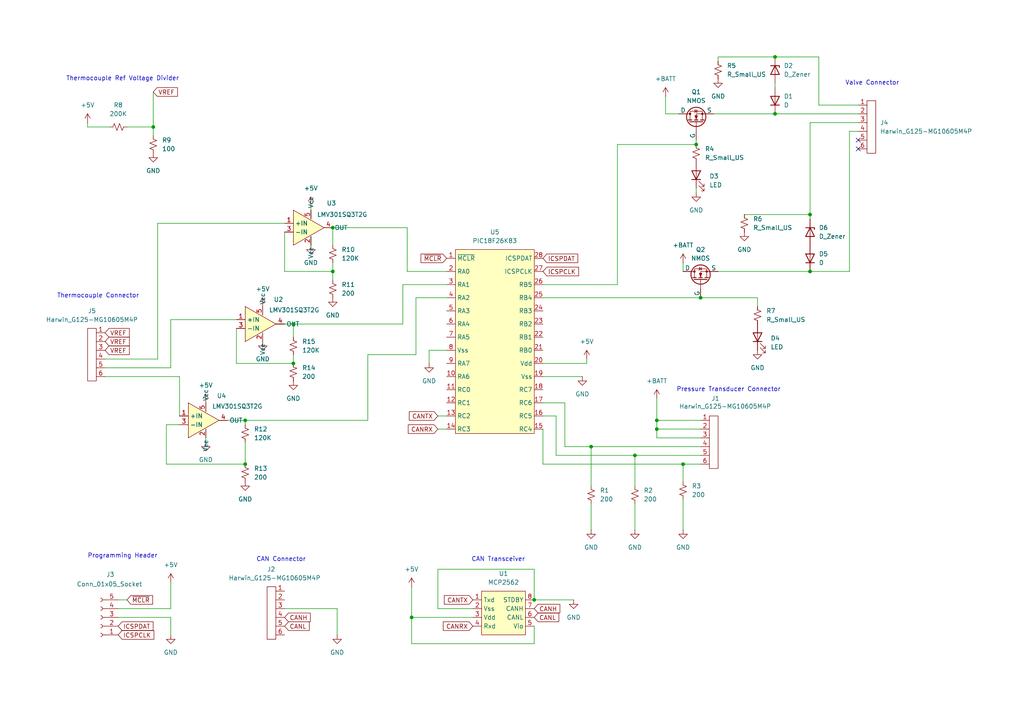
<source format=kicad_sch>
(kicad_sch (version 20250114) (generator "eeschema") (generator_version "9.0")
  (paper "A4")
  (lib_symbols
    (symbol "Connector:Conn_01x05_Socket" (pin_names (offset 1.016) (hide yes))
      (property "Reference" "J" (at 0 7.62 0))
      (property "Value" "Conn_01x05_Socket" (at 0 -7.62 0))
      (symbol "Conn_01x05_Socket_1_1"
        (polyline (pts (xy -1.27 5.08) (xy -0.508 5.08)) (stroke (width 0.1524)))
        (polyline (pts (xy -1.27 2.54) (xy -0.508 2.54)) (stroke (width 0.1524)))
        (polyline (pts (xy -1.27 0) (xy -0.508 0)) (stroke (width 0.1524)))
        (polyline (pts (xy -1.27 -2.54) (xy -0.508 -2.54)) (stroke (width 0.1524)))
        (polyline (pts (xy -1.27 -5.08) (xy -0.508 -5.08)) (stroke (width 0.1524)))
        (arc (start 0 4.572) (mid -0.5058 5.08) (end 0 5.588) (stroke (width 0.1524)))
        (arc (start 0 2.032) (mid -0.5058 2.54) (end 0 3.048) (stroke (width 0.1524)))
        (arc (start 0 -0.508) (mid -0.5058 0) (end 0 0.508) (stroke (width 0.1524)))
        (arc (start 0 -3.048) (mid -0.5058 -2.54) (end 0 -2.032) (stroke (width 0.1524)))
        (arc (start 0 -5.588) (mid -0.5058 -5.08) (end 0 -4.572) (stroke (width 0.1524)))
        (pin passive line (at -5.08 5.08 0) (length 3.81) (name "Pin_1") (number "1"))
        (pin passive line (at -5.08 2.54 0) (length 3.81) (name "Pin_2") (number "2"))
        (pin passive line (at -5.08 0 0) (length 3.81) (name "Pin_3") (number "3"))
        (pin passive line (at -5.08 -2.54 0) (length 3.81) (name "Pin_4") (number "4"))
        (pin passive line (at -5.08 -5.08 0) (length 3.81) (name "Pin_5") (number "5"))
      )
    )
    (symbol "Device:D" (pin_numbers (hide yes)) (pin_names (offset 1.016) (hide yes))
      (property "Reference" "D" (at 0 2.54 0))
      (property "Value" "D" (at 0 -2.54 0))
      (symbol "D_0_1"
        (polyline (pts (xy -1.27 1.27) (xy -1.27 -1.27)) (stroke (width 0.254)))
        (polyline (pts (xy 1.27 1.27) (xy 1.27 -1.27) (xy -1.27 0) (xy 1.27 1.27)) (stroke (width 0.254)))
        (polyline (pts (xy 1.27 0) (xy -1.27 0)))
      )
      (symbol "D_1_1"
        (pin passive line (at -3.81 0 0) (length 2.54) (name "K") (number "1"))
        (pin passive line (at 3.81 0 180) (length 2.54) (name "A") (number "2"))
      )
    )
    (symbol "Device:D_Zener" (pin_numbers (hide yes)) (pin_names (offset 1.016) (hide yes))
      (property "Reference" "D" (at 0 2.54 0))
      (property "Value" "D_Zener" (at 0 -2.54 0))
      (symbol "D_Zener_0_1"
        (polyline (pts (xy -1.27 -1.27) (xy -1.27 1.27) (xy -0.762 1.27)) (stroke (width 0.254)))
        (polyline (pts (xy 1.27 0) (xy -1.27 0)))
        (polyline (pts (xy 1.27 -1.27) (xy 1.27 1.27) (xy -1.27 0) (xy 1.27 -1.27)) (stroke (width 0.254)))
      )
      (symbol "D_Zener_1_1"
        (pin passive line (at -3.81 0 0) (length 2.54) (name "K") (number "1"))
        (pin passive line (at 3.81 0 180) (length 2.54) (name "A") (number "2"))
      )
    )
    (symbol "Device:LED" (pin_numbers (hide yes)) (pin_names (offset 1.016) (hide yes))
      (property "Reference" "D" (at 0 2.54 0))
      (property "Value" "LED" (at 0 -2.54 0))
      (symbol "LED_0_1"
        (polyline (pts (xy -3.048 -0.762) (xy -4.572 -2.286) (xy -3.81 -2.286) (xy -4.572 -2.286) (xy -4.572 -1.524)))
        (polyline (pts (xy -1.778 -0.762) (xy -3.302 -2.286) (xy -2.54 -2.286) (xy -3.302 -2.286) (xy -3.302 -1.524)))
        (polyline (pts (xy -1.27 0) (xy 1.27 0)))
        (polyline (pts (xy -1.27 -1.27) (xy -1.27 1.27)) (stroke (width 0.254)))
        (polyline (pts (xy 1.27 -1.27) (xy 1.27 1.27) (xy -1.27 0) (xy 1.27 -1.27)) (stroke (width 0.254)))
      )
      (symbol "LED_1_1"
        (pin passive line (at -3.81 0 0) (length 2.54) (name "K") (number "1"))
        (pin passive line (at 3.81 0 180) (length 2.54) (name "A") (number "2"))
      )
    )
    (symbol "Device:R_Small_US" (pin_numbers (hide yes)) (pin_names (offset 0.254) (hide yes))
      (property "Reference" "R" (at 0.762 0.508 0))
      (property "Value" "R_Small_US" (at 0.762 -1.016 0))
      (symbol "R_Small_US_1_1"
        (polyline (pts (xy 0 1.524) (xy 1.016 1.143) (xy 0 0.762) (xy -1.016 0.381) (xy 0 0)))
        (polyline (pts (xy 0 0) (xy 1.016 -0.381) (xy 0 -0.762) (xy -1.016 -1.143) (xy 0 -1.524)))
        (pin passive line (at 0 2.54 270) (length 1.016) (name "~") (number "1"))
        (pin passive line (at 0 -2.54 90) (length 1.016) (name "~") (number "2"))
      )
    )
    (symbol "FYDP_Library:Harwin_G125-MG10605M4P"
      (property "Reference" "J" (at 0.508 4.318 0))
      (property "Value" "Harwin_G125-MG10605M4P" (at 0.762 1.778 0))
      (symbol "Harwin_G125-MG10605M4P_0_1"
        (rectangle (start -1.27 0) (end 1.27 -15.24))
      )
      (symbol "Harwin_G125-MG10605M4P_1_1"
        (pin output line (at -3.81 -1.27 0) (length 2.54) (name "") (number "1"))
        (pin output line (at -3.81 -3.81 0) (length 2.54) (name "") (number "2"))
        (pin output line (at -3.81 -6.35 0) (length 2.54) (name "") (number "3"))
        (pin output line (at -3.81 -8.89 0) (length 2.54) (name "") (number "4"))
        (pin output line (at -3.81 -11.43 0) (length 2.54) (name "") (number "5"))
        (pin output line (at -3.81 -13.97 0) (length 2.54) (name "") (number "6"))
      )
    )
    (symbol "FYDP_Library:LMV301SQ3T2G"
      (property "Reference" "U" (at -3.81 3.302 0))
      (property "Value" "LMV301SQ3T2G" (at -3.302 1.524 0))
      (symbol "LMV301SQ3T2G_1_1"
        (polyline (pts (xy 0 0) (xy 0 -10.16) (xy 8.89 -5.08) (xy 0 0)) (fill (type background)))
        (pin input line (at -2.54 -3.81 0) (length 2.54) (name "+IN") (number "1"))
        (pin input line (at -2.54 -6.35 0) (length 2.54) (name "-IN") (number "3"))
        (pin input line (at 5.08 -2.54 90) (length 2.54) (name "Vcc") (number "5"))
        (pin input line (at 5.08 -7.62 270) (length 2.54) (name "Vee") (number "2"))
        (pin input line (at 8.89 -5.08 0) (length 2.54) (name "OUT") (number "4"))
      )
    )
    (symbol "FYDP_Library:MCP2562"
      (property "Reference" "U" (at 0 5.334 0))
      (property "Value" "MCP2562" (at 0.254 2.54 0))
      (symbol "MCP2562_1_1"
        (rectangle (start -6.35 1.27) (end 6.35 -11.43) (fill (type background)))
        (pin input line (at -8.89 -1.27 0) (length 2.54) (name "Txd") (number "1"))
        (pin power_in line (at -8.89 -3.81 0) (length 2.54) (name "Vss") (number "2"))
        (pin power_in line (at -8.89 -6.35 0) (length 2.54) (name "Vdd") (number "3"))
        (pin input line (at -8.89 -8.89 0) (length 2.54) (name "Rxd") (number "4"))
        (pin input line (at 8.89 -1.27 180) (length 2.54) (name "STDBY") (number "8"))
        (pin input line (at 8.89 -3.81 180) (length 2.54) (name "CANH") (number "7"))
        (pin input line (at 8.89 -6.35 180) (length 2.54) (name "CANL") (number "6"))
        (pin input line (at 8.89 -8.89 180) (length 2.54) (name "Vio") (number "5"))
      )
    )
    (symbol "FYDP_Library:PIC18F26K83"
      (property "Reference" "U" (at 0 3.302 0))
      (property "Value" "PIC18F26K83" (at 0 1.27 0))
      (symbol "PIC18F26K83_1_1"
        (rectangle (start -11.43 0) (end 11.43 -53.34) (fill (type background)))
        (pin input line (at -13.97 -2.54 0) (length 2.54) (name "~{MCLR}") (number "1"))
        (pin input line (at -13.97 -6.35 0) (length 2.54) (name "RA0") (number "2"))
        (pin input line (at -13.97 -10.16 0) (length 2.54) (name "RA1") (number "3"))
        (pin input line (at -13.97 -13.97 0) (length 2.54) (name "RA2") (number "4"))
        (pin input line (at -13.97 -17.78 0) (length 2.54) (name "RA3") (number "5"))
        (pin input line (at -13.97 -21.59 0) (length 2.54) (name "RA4") (number "6"))
        (pin input line (at -13.97 -25.4 0) (length 2.54) (name "RA5") (number "7"))
        (pin power_in line (at -13.97 -29.21 0) (length 2.54) (name "Vss") (number "8"))
        (pin input line (at -13.97 -33.02 0) (length 2.54) (name "RA7") (number "9"))
        (pin input line (at -13.97 -36.83 0) (length 2.54) (name "RA6") (number "10"))
        (pin input line (at -13.97 -40.64 0) (length 2.54) (name "RC0") (number "11"))
        (pin input line (at -13.97 -44.45 0) (length 2.54) (name "RC1") (number "12"))
        (pin input line (at -13.97 -48.26 0) (length 2.54) (name "RC2") (number "13"))
        (pin input line (at -13.97 -52.07 0) (length 2.54) (name "RC3") (number "14"))
        (pin input line (at 13.97 -2.54 180) (length 2.54) (name "ICSPDAT") (number "28"))
        (pin input line (at 13.97 -6.35 180) (length 2.54) (name "ICSPCLK") (number "27"))
        (pin input line (at 13.97 -10.16 180) (length 2.54) (name "RB5") (number "26"))
        (pin input line (at 13.97 -13.97 180) (length 2.54) (name "RB4") (number "25"))
        (pin input line (at 13.97 -17.78 180) (length 2.54) (name "RB3") (number "24"))
        (pin input line (at 13.97 -21.59 180) (length 2.54) (name "RB2") (number "23"))
        (pin input line (at 13.97 -25.4 180) (length 2.54) (name "RB1") (number "22"))
        (pin input line (at 13.97 -29.21 180) (length 2.54) (name "RB0") (number "21"))
        (pin power_in line (at 13.97 -33.02 180) (length 2.54) (name "Vdd") (number "20"))
        (pin power_in line (at 13.97 -36.83 180) (length 2.54) (name "Vss") (number "19"))
        (pin input line (at 13.97 -40.64 180) (length 2.54) (name "RC7") (number "18"))
        (pin input line (at 13.97 -44.45 180) (length 2.54) (name "RC6") (number "17"))
        (pin input line (at 13.97 -48.26 180) (length 2.54) (name "RC5") (number "16"))
        (pin input line (at 13.97 -52.07 180) (length 2.54) (name "RC4") (number "15"))
      )
    )
    (symbol "Harwin_G125-MG10605M4P_1"
      (property "Reference" "J" (at 0.508 4.318 0))
      (property "Value" "Harwin_G125-MG10605M4P" (at 0.762 1.778 0))
      (symbol "Harwin_G125-MG10605M4P_1_0_1"
        (rectangle (start -1.27 0) (end 1.27 -15.24))
      )
      (symbol "Harwin_G125-MG10605M4P_1_1_1"
        (pin output line (at -3.81 -1.27 0) (length 2.54) (name "") (number "1"))
        (pin output line (at -3.81 -3.81 0) (length 2.54) (name "") (number "2"))
        (pin output line (at -3.81 -6.35 0) (length 2.54) (name "") (number "3"))
        (pin output line (at -3.81 -8.89 0) (length 2.54) (name "") (number "4"))
        (pin output line (at -3.81 -11.43 0) (length 2.54) (name "") (number "5"))
        (pin output line (at -3.81 -13.97 0) (length 2.54) (name "") (number "6"))
      )
    )
    (symbol "Simulation_SPICE:NMOS" (pin_numbers (hide yes)) (pin_names (offset 0))
      (property "Reference" "Q" (at 5.08 1.27 0))
      (property "Value" "NMOS" (at 5.08 -1.27 0))
      (symbol "NMOS_0_1"
        (polyline (pts (xy 0.254 1.905) (xy 0.254 -1.905)) (stroke (width 0.254)))
        (polyline (pts (xy 0.254 0) (xy -2.54 0)))
        (polyline (pts (xy 0.762 2.286) (xy 0.762 1.27)) (stroke (width 0.254)))
        (polyline (pts (xy 0.762 0.508) (xy 0.762 -0.508)) (stroke (width 0.254)))
        (polyline (pts (xy 0.762 -1.27) (xy 0.762 -2.286)) (stroke (width 0.254)))
        (polyline (pts (xy 0.762 -1.778) (xy 3.302 -1.778) (xy 3.302 1.778) (xy 0.762 1.778)))
        (polyline (pts (xy 1.016 0) (xy 2.032 0.381) (xy 2.032 -0.381) (xy 1.016 0)) (fill (type outline)))
        (circle (center 1.651 0) (radius 2.794) (stroke (width 0.254)))
        (polyline (pts (xy 2.54 2.54) (xy 2.54 1.778)))
        (circle (center 2.54 1.778) (radius 0.254) (fill (type outline)))
        (circle (center 2.54 -1.778) (radius 0.254) (fill (type outline)))
        (polyline (pts (xy 2.54 -2.54) (xy 2.54 0) (xy 0.762 0)))
        (polyline (pts (xy 2.794 0.508) (xy 2.921 0.381) (xy 3.683 0.381) (xy 3.81 0.254)))
        (polyline (pts (xy 3.302 0.381) (xy 2.921 -0.254) (xy 3.683 -0.254) (xy 3.302 0.381)))
      )
      (symbol "NMOS_1_1"
        (pin input line (at -5.08 0 0) (length 2.54) (name "G") (number "2"))
        (pin passive line (at 2.54 5.08 270) (length 2.54) (name "D") (number "1"))
        (pin passive line (at 2.54 -5.08 90) (length 2.54) (name "S") (number "3"))
      )
    )
    (symbol "power:+12V" (power) (pin_numbers (hide yes)) (pin_names (offset 0) (hide yes))
      (property "Value" "+12V" (at 0 3.556 0))
      (symbol "+12V_0_1"
        (polyline (pts (xy -0.762 1.27) (xy 0 2.54)))
        (polyline (pts (xy 0 2.54) (xy 0.762 1.27)))
        (polyline (pts (xy 0 0) (xy 0 2.54)))
      )
      (symbol "+12V_1_1"
        (pin power_in line (at 0 0 90) (length 0) (name "~") (number "1"))
      )
    )
    (symbol "power:+24V" (power) (pin_numbers (hide yes)) (pin_names (offset 0) (hide yes))
      (property "Value" "+24V" (at 0 3.556 0))
      (symbol "+24V_0_1"
        (polyline (pts (xy -0.762 1.27) (xy 0 2.54)))
        (polyline (pts (xy 0 2.54) (xy 0.762 1.27)))
        (polyline (pts (xy 0 0) (xy 0 2.54)))
      )
      (symbol "+24V_1_1"
        (pin power_in line (at 0 0 90) (length 0) (name "~") (number "1"))
      )
    )
    (symbol "power:+5V" (power) (pin_numbers (hide yes)) (pin_names (offset 0) (hide yes))
      (property "Value" "+5V" (at 0 3.556 0))
      (symbol "+5V_0_1"
        (polyline (pts (xy -0.762 1.27) (xy 0 2.54)))
        (polyline (pts (xy 0 2.54) (xy 0.762 1.27)))
        (polyline (pts (xy 0 0) (xy 0 2.54)))
      )
      (symbol "+5V_1_1"
        (pin power_in line (at 0 0 90) (length 0) (name "~") (number "1"))
      )
    )
    (symbol "power:+BATT" (power) (pin_numbers (hide yes)) (pin_names (offset 0) (hide yes))
      (property "Value" "+BATT" (at 0 3.556 0))
      (symbol "+BATT_0_1"
        (polyline (pts (xy -0.762 1.27) (xy 0 2.54)))
        (polyline (pts (xy 0 2.54) (xy 0.762 1.27)))
        (polyline (pts (xy 0 0) (xy 0 2.54)))
      )
      (symbol "+BATT_1_1"
        (pin power_in line (at 0 0 90) (length 0) (name "~") (number "1"))
      )
    )
    (symbol "power:GND" (power) (pin_numbers (hide yes)) (pin_names (offset 0) (hide yes))
      (property "Value" "GND" (at 0 -3.81 0))
      (symbol "GND_0_1"
        (polyline (pts (xy 0 0) (xy 0 -1.27) (xy 1.27 -1.27) (xy 0 -2.54) (xy -1.27 -1.27) (xy 0 -1.27)))
      )
      (symbol "GND_1_1"
        (pin power_in line (at 0 0 270) (length 0) (name "~") (number "1"))
      )
    )
  )
  (text "Thermocouple Ref Voltage Divider" (at 35.56 22.86 0) (effects (font (size 1.27 1.27))))
  (text "Thermocouple Connector" (at 28.448 85.852 0) (effects (font (size 1.27 1.27))))
  (text "Pressure Transducer Connector" (at 211.328 113.03 0) (effects (font (size 1.27 1.27))))
  (text "CAN Connector" (at 81.534 162.306 0) (effects (font (size 1.27 1.27))))
  (text "CAN Transceiver" (at 144.526 162.306 0) (effects (font (size 1.27 1.27))))
  (text "Programming Header" (at 35.56 161.29 0) (effects (font (size 1.27 1.27))))
  (text "Valve Connector" (at 252.984 24.13 0) (effects (font (size 1.27 1.27))))
  (junction (at 234.95 78.74))
  (junction (at 190.5 124.46))
  (junction (at 85.09 105.41))
  (junction (at 171.45 129.54))
  (junction (at 154.94 173.99))
  (junction (at 71.12 121.92))
  (junction (at 96.52 78.74))
  (junction (at 44.45 36.83))
  (junction (at 184.15 132.08))
  (junction (at 119.38 179.07))
  (junction (at 96.52 66.04))
  (junction (at 71.12 134.62))
  (junction (at 201.93 41.91))
  (junction (at 224.79 16.51))
  (junction (at 234.95 62.23))
  (junction (at 224.79 33.02))
  (junction (at 198.12 134.62))
  (junction (at 203.2 86.36))
  (junction (at 85.09 93.98))
  (junction (at 190.5 121.92))
  (no_connect (at 248.92 43.18))
  (no_connect (at 248.92 40.64))
  (wire (pts (xy 154.94 173.99) (xy 154.94 165.1)))
  (wire (pts (xy 97.79 176.53) (xy 97.79 184.15)))
  (wire (pts (xy 120.65 86.36) (xy 120.65 102.87)))
  (wire (pts (xy 237.49 16.51) (xy 237.49 30.48)))
  (wire (pts (xy 224.79 33.02) (xy 248.92 33.02)))
  (wire (pts (xy 48.26 123.19) (xy 48.26 134.62)))
  (wire (pts (xy 120.65 86.36) (xy 129.54 86.36)))
  (wire (pts (xy 208.28 16.51) (xy 224.79 16.51)))
  (wire (pts (xy 198.12 144.78) (xy 198.12 153.67)))
  (wire (pts (xy 90.17 59.69) (xy 90.17 63.5)))
  (wire (pts (xy 106.68 102.87) (xy 120.65 102.87)))
  (wire (pts (xy 25.4 36.83) (xy 31.75 36.83)))
  (wire (pts (xy 66.04 121.92) (xy 71.12 121.92)))
  (wire (pts (xy 234.95 35.56) (xy 248.92 35.56)))
  (wire (pts (xy 68.58 105.41) (xy 85.09 105.41)))
  (wire (pts (xy 184.15 132.08) (xy 203.2 132.08)))
  (wire (pts (xy 118.11 66.04) (xy 118.11 78.74)))
  (wire (pts (xy 163.83 129.54) (xy 171.45 129.54)))
  (wire (pts (xy 30.48 106.68) (xy 49.53 106.68)))
  (wire (pts (xy 171.45 129.54) (xy 203.2 129.54)))
  (wire (pts (xy 48.26 123.19) (xy 52.07 123.19)))
  (wire (pts (xy 34.29 179.07) (xy 49.53 179.07)))
  (wire (pts (xy 118.11 78.74) (xy 129.54 78.74)))
  (wire (pts (xy 157.48 82.55) (xy 179.07 82.55)))
  (wire (pts (xy 208.28 16.51) (xy 208.28 17.78)))
  (wire (pts (xy 179.07 82.55) (xy 179.07 41.91)))
  (wire (pts (xy 198.12 76.2) (xy 198.12 78.74)))
  (wire (pts (xy 224.79 24.13) (xy 224.79 25.4)))
  (wire (pts (xy 25.4 35.56) (xy 25.4 36.83)))
  (wire (pts (xy 96.52 66.04) (xy 96.52 71.12)))
  (wire (pts (xy 207.01 33.02) (xy 224.79 33.02)))
  (wire (pts (xy 90.17 68.58) (xy 90.17 71.12)))
  (wire (pts (xy 157.48 134.62) (xy 198.12 134.62)))
  (wire (pts (xy 234.95 78.74) (xy 246.38 78.74)))
  (wire (pts (xy 119.38 179.07) (xy 137.16 179.07)))
  (wire (pts (xy 76.2 88.9) (xy 76.2 91.44)))
  (wire (pts (xy 80.01 93.98) (xy 85.09 93.98)))
  (wire (pts (xy 237.49 16.51) (xy 224.79 16.51)))
  (wire (pts (xy 49.53 92.71) (xy 49.53 106.68)))
  (wire (pts (xy 36.83 36.83) (xy 44.45 36.83)))
  (wire (pts (xy 157.48 109.22) (xy 168.91 109.22)))
  (wire (pts (xy 208.28 78.74) (xy 234.95 78.74)))
  (wire (pts (xy 237.49 30.48) (xy 248.92 30.48)))
  (wire (pts (xy 96.52 76.2) (xy 96.52 78.74)))
  (wire (pts (xy 127 124.46) (xy 129.54 124.46)))
  (wire (pts (xy 193.04 33.02) (xy 196.85 33.02)))
  (wire (pts (xy 127 176.53) (xy 137.16 176.53)))
  (wire (pts (xy 184.15 132.08) (xy 184.15 140.97)))
  (wire (pts (xy 96.52 78.74) (xy 96.52 81.28)))
  (wire (pts (xy 76.2 96.52) (xy 76.2 99.06)))
  (wire (pts (xy 119.38 186.69) (xy 154.94 186.69)))
  (wire (pts (xy 190.5 124.46) (xy 203.2 124.46)))
  (wire (pts (xy 215.9 62.23) (xy 234.95 62.23)))
  (wire (pts (xy 161.29 120.65) (xy 161.29 132.08)))
  (wire (pts (xy 154.94 186.69) (xy 154.94 181.61)))
  (wire (pts (xy 49.53 179.07) (xy 49.53 184.15)))
  (wire (pts (xy 234.95 35.56) (xy 234.95 62.23)))
  (wire (pts (xy 93.98 66.04) (xy 96.52 66.04)))
  (wire (pts (xy 201.93 40.64) (xy 201.93 41.91)))
  (wire (pts (xy 116.84 82.55) (xy 129.54 82.55)))
  (wire (pts (xy 116.84 93.98) (xy 116.84 82.55)))
  (wire (pts (xy 119.38 179.07) (xy 119.38 186.69)))
  (wire (pts (xy 124.46 101.6) (xy 129.54 101.6)))
  (wire (pts (xy 119.38 170.18) (xy 119.38 179.07)))
  (wire (pts (xy 44.45 36.83) (xy 44.45 39.37)))
  (wire (pts (xy 85.09 93.98) (xy 85.09 97.79)))
  (wire (pts (xy 85.09 93.98) (xy 116.84 93.98)))
  (wire (pts (xy 106.68 121.92) (xy 106.68 102.87)))
  (wire (pts (xy 157.48 86.36) (xy 203.2 86.36)))
  (wire (pts (xy 201.93 54.61) (xy 201.93 55.88)))
  (wire (pts (xy 157.48 116.84) (xy 163.83 116.84)))
  (wire (pts (xy 246.38 38.1) (xy 246.38 78.74)))
  (wire (pts (xy 34.29 176.53) (xy 49.53 176.53)))
  (wire (pts (xy 82.55 176.53) (xy 97.79 176.53)))
  (wire (pts (xy 198.12 134.62) (xy 198.12 139.7)))
  (wire (pts (xy 190.5 115.57) (xy 190.5 121.92)))
  (wire (pts (xy 71.12 121.92) (xy 106.68 121.92)))
  (wire (pts (xy 45.72 64.77) (xy 82.55 64.77)))
  (wire (pts (xy 161.29 132.08) (xy 184.15 132.08)))
  (wire (pts (xy 219.71 86.36) (xy 219.71 88.9)))
  (wire (pts (xy 44.45 26.67) (xy 44.45 36.83)))
  (wire (pts (xy 96.52 66.04) (xy 118.11 66.04)))
  (wire (pts (xy 154.94 165.1) (xy 127 165.1)))
  (wire (pts (xy 157.48 105.41) (xy 170.18 105.41)))
  (wire (pts (xy 59.69 124.46) (xy 59.69 128.27)))
  (wire (pts (xy 48.26 134.62) (xy 71.12 134.62)))
  (wire (pts (xy 45.72 104.14) (xy 45.72 64.77)))
  (wire (pts (xy 49.53 92.71) (xy 68.58 92.71)))
  (wire (pts (xy 157.48 124.46) (xy 157.48 134.62)))
  (wire (pts (xy 171.45 146.05) (xy 171.45 153.67)))
  (wire (pts (xy 163.83 116.84) (xy 163.83 129.54)))
  (wire (pts (xy 157.48 120.65) (xy 161.29 120.65)))
  (wire (pts (xy 34.29 173.99) (xy 36.83 173.99)))
  (wire (pts (xy 190.5 121.92) (xy 203.2 121.92)))
  (wire (pts (xy 127 165.1) (xy 127 176.53)))
  (wire (pts (xy 127 120.65) (xy 129.54 120.65)))
  (wire (pts (xy 71.12 121.92) (xy 71.12 123.19)))
  (wire (pts (xy 190.5 124.46) (xy 190.5 127)))
  (wire (pts (xy 190.5 127) (xy 203.2 127)))
  (wire (pts (xy 30.48 104.14) (xy 45.72 104.14)))
  (wire (pts (xy 193.04 27.94) (xy 193.04 33.02)))
  (wire (pts (xy 82.55 78.74) (xy 82.55 67.31)))
  (wire (pts (xy 171.45 129.54) (xy 171.45 140.97)))
  (wire (pts (xy 52.07 109.22) (xy 52.07 120.65)))
  (wire (pts (xy 68.58 95.25) (xy 68.58 105.41)))
  (wire (pts (xy 85.09 105.41) (xy 85.09 102.87)))
  (wire (pts (xy 170.18 105.41) (xy 170.18 104.14)))
  (wire (pts (xy 246.38 38.1) (xy 248.92 38.1)))
  (wire (pts (xy 154.94 173.99) (xy 166.37 173.99)))
  (wire (pts (xy 190.5 121.92) (xy 190.5 124.46)))
  (wire (pts (xy 203.2 86.36) (xy 219.71 86.36)))
  (wire (pts (xy 179.07 41.91) (xy 201.93 41.91)))
  (wire (pts (xy 96.52 78.74) (xy 82.55 78.74)))
  (wire (pts (xy 71.12 128.27) (xy 71.12 134.62)))
  (wire (pts (xy 198.12 134.62) (xy 203.2 134.62)))
  (wire (pts (xy 59.69 116.84) (xy 59.69 119.38)))
  (wire (pts (xy 184.15 146.05) (xy 184.15 153.67)))
  (wire (pts (xy 30.48 109.22) (xy 52.07 109.22)))
  (wire (pts (xy 124.46 105.41) (xy 124.46 101.6)))
  (wire (pts (xy 49.53 176.53) (xy 49.53 168.91)))
  (wire (pts (xy 234.95 63.5) (xy 234.95 62.23)))
  (global_label "CANRX" (shape input) (at 137.16 181.61 180) (property "Intersheetrefs" "${INTERSHEET_REFS}" (effects (hide yes))))
  (global_label "ICSPDAT" (shape input) (at 157.48 74.93 0) (property "Intersheetrefs" "${INTERSHEET_REFS}" (effects (hide yes))))
  (global_label "VREF" (shape input) (at 30.48 96.52 0) (property "Intersheetrefs" "${INTERSHEET_REFS}" (effects (hide yes))))
  (global_label "ICSPDAT" (shape input) (at 34.29 181.61 0) (property "Intersheetrefs" "${INTERSHEET_REFS}" (effects (hide yes))))
  (global_label "VREF" (shape input) (at 30.48 101.6 0) (property "Intersheetrefs" "${INTERSHEET_REFS}" (effects (hide yes))))
  (global_label "CANL" (shape input) (at 154.94 179.07 0) (property "Intersheetrefs" "${INTERSHEET_REFS}" (effects (hide yes))))
  (global_label "~{MCLR}" (shape input) (at 36.83 173.99 0) (property "Intersheetrefs" "${INTERSHEET_REFS}" (effects (hide yes))))
  (global_label "VREF" (shape input) (at 30.48 99.06 0) (property "Intersheetrefs" "${INTERSHEET_REFS}" (effects (hide yes))))
  (global_label "CANL" (shape input) (at 82.55 181.61 0) (property "Intersheetrefs" "${INTERSHEET_REFS}" (effects (hide yes))))
  (global_label "ICSPCLK" (shape input) (at 157.48 78.74 0) (property "Intersheetrefs" "${INTERSHEET_REFS}" (effects (hide yes))))
  (global_label "CANTX" (shape input) (at 137.16 173.99 180) (property "Intersheetrefs" "${INTERSHEET_REFS}" (effects (hide yes))))
  (global_label "CANTX" (shape input) (at 127 120.65 180) (property "Intersheetrefs" "${INTERSHEET_REFS}" (effects (hide yes))))
  (global_label "~{MCLR}" (shape input) (at 129.54 74.93 180) (property "Intersheetrefs" "${INTERSHEET_REFS}" (effects (hide yes))))
  (global_label "VREF" (shape input) (at 44.45 26.67 0) (property "Intersheetrefs" "${INTERSHEET_REFS}" (effects (hide yes))))
  (global_label "CANH" (shape input) (at 82.55 179.07 0) (property "Intersheetrefs" "${INTERSHEET_REFS}" (effects (hide yes))))
  (global_label "CANRX" (shape input) (at 127 124.46 180) (property "Intersheetrefs" "${INTERSHEET_REFS}" (effects (hide yes))))
  (global_label "CANH" (shape input) (at 154.94 176.53 0) (property "Intersheetrefs" "${INTERSHEET_REFS}" (effects (hide yes))))
  (global_label "ICSPCLK" (shape input) (at 34.29 184.15 0) (property "Intersheetrefs" "${INTERSHEET_REFS}" (effects (hide yes))))
  (symbol (lib_id "Simulation_SPICE:NMOS") (at 201.93 35.56 90) (unit 1)
    (property "Reference" "Q1" (at 201.93 26.67 90))
    (property "Value" "NMOS" (at 201.93 29.21 90))
    (property "Datasheet" "https://ngspice.sourceforge.io/docs/ngspice-html-manual/manual.xhtml#cha_MOSFETs" (effects (hide yes)))
    (property "Description" "N-MOSFET transistor, drain/source/gate" (effects (hide yes)))
    (property "Sim.Device" "NMOS" (effects (hide yes)))
    (property "Sim.Type" "VDMOS" (effects (hide yes)))
    (property "Sim.Pins" "1=D 2=G 3=S" (effects (hide yes)))
  )
  (symbol (lib_id "Device:D") (at 234.95 74.93 90) (unit 1)
    (property "Reference" "D5" (at 237.49 73.6599 90) (effects (justify right)))
    (property "Value" "D" (at 237.49 76.1999 90) (effects (justify right)))
    (property "Description" "Diode" (effects (hide yes)))
    (property "Sim.Device" "D" (effects (hide yes)))
    (property "Sim.Pins" "1=K 2=A" (effects (hide yes)))
  )
  (symbol (lib_id "Device:LED") (at 201.93 50.8 90) (unit 1)
    (property "Reference" "D3" (at 205.74 51.1174 90) (effects (justify right)))
    (property "Value" "LED" (at 205.74 53.6574 90) (effects (justify right)))
    (property "Description" "Light emitting diode" (effects (hide yes)))
    (property "Sim.Pins" "1=K 2=A" (effects (hide yes)))
  )
  (symbol (lib_id "Device:R_Small_US") (at 201.93 44.45 0) (unit 1)
    (property "Reference" "R4" (at 204.47 43.1799 0) (effects (justify left)))
    (property "Value" "R_Small_US" (at 204.47 45.7199 0) (effects (justify left)))
    (property "Description" "Resistor, small US symbol" (effects (hide yes)))
  )
  (symbol (lib_id "power:+5V") (at 119.38 170.18 0) (unit 1)
    (property "Reference" "#PWR015" (effects (hide yes)))
    (property "Value" "+5V" (at 119.38 165.1 0))
    (property "Description" "Power symbol creates a global label with name \"+5V\"" (effects (hide yes)))
  )
  (symbol (lib_id "power:+5V") (at 90.17 59.69 0) (unit 1)
    (property "Reference" "#PWR024" (effects (hide yes)))
    (property "Value" "+5V" (at 90.17 54.61 0))
    (property "Description" "Power symbol creates a global label with name \"+5V\"" (effects (hide yes)))
  )
  (symbol (lib_id "power:GND") (at 215.9 67.31 0) (unit 1)
    (property "Reference" "#PWR021" (effects (hide yes)))
    (property "Value" "GND" (at 215.9 72.39 0))
    (property "Description" "Power symbol creates a global label with name \"GND\" , ground" (effects (hide yes)))
  )
  (symbol (lib_id "Device:R_Small_US") (at 85.09 107.95 0) (unit 1)
    (property "Reference" "R14" (at 87.63 106.6799 0) (effects (justify left)))
    (property "Value" "200" (at 87.63 109.2199 0) (effects (justify left)))
    (property "Description" "Resistor, small US symbol" (effects (hide yes)))
  )
  (symbol (lib_id "power:GND") (at 49.53 184.15 0) (unit 1)
    (property "Reference" "#PWR013" (effects (hide yes)))
    (property "Value" "GND" (at 49.53 189.23 0))
    (property "Description" "Power symbol creates a global label with name \"GND\" , ground" (effects (hide yes)))
  )
  (symbol (lib_id "Device:R_Small_US") (at 208.28 20.32 0) (unit 1)
    (property "Reference" "R5" (at 210.82 19.0499 0) (effects (justify left)))
    (property "Value" "R_Small_US" (at 210.82 21.5899 0) (effects (justify left)))
    (property "Description" "Resistor, small US symbol" (effects (hide yes)))
  )
  (symbol (lib_id "FYDP_Library:PIC18F26K83") (at 143.51 72.39 0) (unit 1)
    (property "Reference" "U5" (at 143.51 67.31 0))
    (property "Value" "PIC18F26K83" (at 143.51 69.85 0))
  )
  (symbol (lib_id "power:+5V") (at 59.69 116.84 0) (unit 1)
    (property "Reference" "#PWR028" (effects (hide yes)))
    (property "Value" "+5V" (at 59.69 111.76 0))
    (property "Description" "Power symbol creates a global label with name \"+5V\"" (effects (hide yes)))
  )
  (symbol (lib_id "Device:R_Small_US") (at 34.29 36.83 270) (unit 1)
    (property "Reference" "R8" (at 34.29 30.48 90))
    (property "Value" "200K" (at 34.29 33.02 90))
    (property "Description" "Resistor, small US symbol" (effects (hide yes)))
  )
  (symbol (lib_id "power:GND") (at 208.28 22.86 0) (unit 1)
    (property "Reference" "#PWR011" (effects (hide yes)))
    (property "Value" "GND" (at 208.28 27.94 0))
    (property "Description" "Power symbol creates a global label with name \"GND\" , ground" (effects (hide yes)))
  )
  (symbol (lib_id "power:+5V") (at 25.4 35.56 0) (unit 1)
    (property "Reference" "#PWR023" (effects (hide yes)))
    (property "Value" "+5V" (at 25.4 30.48 0))
    (property "Description" "Power symbol creates a global label with name \"+5V\"" (effects (hide yes)))
  )
  (symbol (lib_id "Device:R_Small_US") (at 96.52 73.66 0) (unit 1)
    (property "Reference" "R10" (at 99.06 72.3899 0) (effects (justify left)))
    (property "Value" "120K" (at 99.06 74.9299 0) (effects (justify left)))
    (property "Description" "Resistor, small US symbol" (effects (hide yes)))
  )
  (symbol (lib_id "power:GND") (at 71.12 139.7 0) (unit 1)
    (property "Reference" "#PWR07" (effects (hide yes)))
    (property "Value" "GND" (at 71.12 144.78 0))
    (property "Description" "Power symbol creates a global label with name \"GND\" , ground" (effects (hide yes)))
  )
  (symbol (lib_id "power:GND") (at 59.69 128.27 0) (unit 1)
    (property "Reference" "#PWR029" (effects (hide yes)))
    (property "Value" "GND" (at 59.69 133.35 0))
    (property "Description" "Power symbol creates a global label with name \"GND\" , ground" (effects (hide yes)))
  )
  (symbol (lib_id "FYDP_Library:Harwin_G125-MG10605M4P") (at 207.01 120.65 0) (unit 1)
    (property "Reference" "J1" (at 207.518 115.57 0))
    (property "Value" "Harwin_G125-MG10605M4P" (at 210.312 117.856 0))
  )
  (symbol (lib_id "power:GND") (at 166.37 173.99 0) (unit 1)
    (property "Reference" "#PWR016" (effects (hide yes)))
    (property "Value" "GND" (at 166.37 179.07 0))
    (property "Description" "Power symbol creates a global label with name \"GND\" , ground" (effects (hide yes)))
  )
  (symbol (lib_id "power:+5V") (at 49.53 168.91 0) (unit 1)
    (property "Reference" "#PWR014" (effects (hide yes)))
    (property "Value" "+5V" (at 49.53 163.83 0))
    (property "Description" "Power symbol creates a global label with name \"+5V\"" (effects (hide yes)))
  )
  (symbol (lib_id "Device:R_Small_US") (at 71.12 125.73 0) (unit 1)
    (property "Reference" "R12" (at 73.66 124.4599 0) (effects (justify left)))
    (property "Value" "120K" (at 73.66 126.9999 0) (effects (justify left)))
    (property "Description" "Resistor, small US symbol" (effects (hide yes)))
  )
  (symbol (lib_id "power:+BATT") (at 198.12 76.2 0) (unit 1)
    (property "Reference" "#PWR019" (effects (hide yes)))
    (property "Value" "+BATT" (at 198.12 71.12 0))
    (property "Description" "Power symbol creates a global label with name \"+BATT\"" (effects (hide yes)))
  )
  (symbol (lib_id "Device:R_Small_US") (at 184.15 143.51 0) (unit 1)
    (property "Reference" "R2" (at 186.69 142.2399 0) (effects (justify left)))
    (property "Value" "200" (at 186.69 144.7799 0) (effects (justify left)))
    (property "Description" "Resistor, small US symbol" (effects (hide yes)))
  )
  (symbol (lib_id "power:GND") (at 168.91 109.22 0) (unit 1)
    (property "Reference" "#PWR018" (effects (hide yes)))
    (property "Value" "GND" (at 168.91 114.3 0))
    (property "Description" "Power symbol creates a global label with name \"GND\" , ground" (effects (hide yes)))
  )
  (symbol (lib_id "power:GND") (at 184.15 153.67 0) (unit 1)
    (property "Reference" "#PWR03" (effects (hide yes)))
    (property "Value" "GND" (at 184.15 158.75 0))
    (property "Description" "Power symbol creates a global label with name \"GND\" , ground" (effects (hide yes)))
  )
  (symbol (lib_id "FYDP_Library:LMV301SQ3T2G") (at 71.12 88.9 0) (unit 1)
    (property "Reference" "U2" (at 80.772 86.868 0))
    (property "Value" "LMV301SQ3T2G" (at 85.344 89.916 0))
  )
  (symbol (lib_id "power:+5V") (at 76.2 88.9 0) (unit 1)
    (property "Reference" "#PWR025" (effects (hide yes)))
    (property "Value" "+5V" (at 76.2 83.82 0))
    (property "Description" "Power symbol creates a global label with name \"+5V\"" (effects (hide yes)))
  )
  (symbol (lib_id "Device:R_Small_US") (at 71.12 137.16 0) (unit 1)
    (property "Reference" "R13" (at 73.66 135.8899 0) (effects (justify left)))
    (property "Value" "200" (at 73.66 138.4299 0) (effects (justify left)))
    (property "Description" "Resistor, small US symbol" (effects (hide yes)))
  )
  (symbol (lib_id "power:GND") (at 201.93 55.88 0) (unit 1)
    (property "Reference" "#PWR012" (effects (hide yes)))
    (property "Value" "GND" (at 201.93 60.96 0))
    (property "Description" "Power symbol creates a global label with name \"GND\" , ground" (effects (hide yes)))
  )
  (symbol (lib_id "Device:R_Small_US") (at 219.71 91.44 0) (unit 1)
    (property "Reference" "R7" (at 222.25 90.1699 0) (effects (justify left)))
    (property "Value" "R_Small_US" (at 222.25 92.7099 0) (effects (justify left)))
    (property "Description" "Resistor, small US symbol" (effects (hide yes)))
  )
  (symbol (lib_id "power:+12V") (at 193.04 27.94 0) (unit 1)
    (property "Reference" "#PWR010" (effects (hide yes)))
    (property "Value" "+BATT" (at 193.04 22.86 0))
    (property "Description" "Power symbol creates a global label with name \"+12V\"" (effects (hide yes)))
  )
  (symbol (lib_id "power:GND") (at 124.46 105.41 0) (unit 1)
    (property "Reference" "#PWR08" (effects (hide yes)))
    (property "Value" "GND" (at 124.46 110.49 0))
    (property "Description" "Power symbol creates a global label with name \"GND\" , ground" (effects (hide yes)))
  )
  (symbol (lib_name "Harwin_G125-MG10605M4P_1") (lib_id "FYDP_Library:Harwin_G125-MG10605M4P") (at 78.74 170.18 0) (mirror y) (unit 1)
    (property "Reference" "J2" (at 77.47 165.1 0) (effects (justify right)))
    (property "Value" "Harwin_G125-MG10605M4P" (at 66.294 167.64 0) (effects (justify right)))
  )
  (symbol (lib_id "Device:D_Zener") (at 234.95 67.31 270) (unit 1)
    (property "Reference" "D6" (at 237.49 66.0399 90) (effects (justify left)))
    (property "Value" "D_Zener" (at 237.49 68.5799 90) (effects (justify left)))
    (property "Description" "Zener diode" (effects (hide yes)))
  )
  (symbol (lib_id "Device:R_Small_US") (at 198.12 142.24 0) (unit 1)
    (property "Reference" "R3" (at 200.66 140.9699 0) (effects (justify left)))
    (property "Value" "200" (at 200.66 143.5099 0) (effects (justify left)))
    (property "Description" "Resistor, small US symbol" (effects (hide yes)))
  )
  (symbol (lib_id "power:GND") (at 96.52 86.36 0) (unit 1)
    (property "Reference" "#PWR027" (effects (hide yes)))
    (property "Value" "GND" (at 96.52 91.44 0))
    (property "Description" "Power symbol creates a global label with name \"GND\" , ground" (effects (hide yes)))
  )
  (symbol (lib_id "FYDP_Library:LMV301SQ3T2G") (at 54.61 116.84 0) (unit 1)
    (property "Reference" "U4" (at 64.262 114.808 0))
    (property "Value" "LMV301SQ3T2G" (at 68.834 117.856 0))
  )
  (symbol (lib_id "FYDP_Library:MCP2562") (at 146.05 172.72 0) (unit 1)
    (property "Reference" "U1" (at 146.05 166.37 0))
    (property "Value" "MCP2562" (at 146.05 168.91 0))
  )
  (symbol (lib_id "Device:R_Small_US") (at 171.45 143.51 0) (unit 1)
    (property "Reference" "R1" (at 173.99 142.2399 0) (effects (justify left)))
    (property "Value" "200" (at 173.99 144.7799 0) (effects (justify left)))
    (property "Description" "Resistor, small US symbol" (effects (hide yes)))
  )
  (symbol (lib_id "Device:R_Small_US") (at 96.52 83.82 0) (unit 1)
    (property "Reference" "R11" (at 99.06 82.5499 0) (effects (justify left)))
    (property "Value" "200" (at 99.06 85.0899 0) (effects (justify left)))
    (property "Description" "Resistor, small US symbol" (effects (hide yes)))
  )
  (symbol (lib_id "power:+5V") (at 170.18 104.14 0) (unit 1)
    (property "Reference" "#PWR09" (effects (hide yes)))
    (property "Value" "+5V" (at 170.18 99.06 0))
    (property "Description" "Power symbol creates a global label with name \"+5V\"" (effects (hide yes)))
  )
  (symbol (lib_id "power:GND") (at 97.79 184.15 0) (unit 1)
    (property "Reference" "#PWR017" (effects (hide yes)))
    (property "Value" "GND" (at 97.79 189.23 0))
    (property "Description" "Power symbol creates a global label with name \"GND\" , ground" (effects (hide yes)))
  )
  (symbol (lib_id "power:GND") (at 219.71 101.6 0) (unit 1)
    (property "Reference" "#PWR020" (effects (hide yes)))
    (property "Value" "GND" (at 219.71 106.68 0))
    (property "Description" "Power symbol creates a global label with name \"GND\" , ground" (effects (hide yes)))
  )
  (symbol (lib_id "power:GND") (at 198.12 153.67 0) (unit 1)
    (property "Reference" "#PWR04" (effects (hide yes)))
    (property "Value" "GND" (at 198.12 158.75 0))
    (property "Description" "Power symbol creates a global label with name \"GND\" , ground" (effects (hide yes)))
  )
  (symbol (lib_id "FYDP_Library:Harwin_G125-MG10605M4P") (at 26.67 95.25 0) (mirror y) (unit 1)
    (property "Reference" "J5" (at 26.67 90.17 0))
    (property "Value" "Harwin_G125-MG10605M4P" (at 26.67 92.71 0))
  )
  (symbol (lib_id "Device:R_Small_US") (at 44.45 41.91 0) (unit 1)
    (property "Reference" "R9" (at 46.99 40.6399 0) (effects (justify left)))
    (property "Value" "100" (at 46.99 43.1799 0) (effects (justify left)))
    (property "Description" "Resistor, small US symbol" (effects (hide yes)))
  )
  (symbol (lib_id "Connector:Conn_01x05_Socket") (at 29.21 179.07 180) (unit 1)
    (property "Reference" "J3" (at 32.004 166.624 0))
    (property "Value" "Conn_01x05_Socket" (at 31.75 169.418 0))
    (property "Description" "Generic connector, single row, 01x05, script generated" (effects (hide yes)))
  )
  (symbol (lib_id "power:GND") (at 44.45 44.45 0) (unit 1)
    (property "Reference" "#PWR022" (effects (hide yes)))
    (property "Value" "GND" (at 44.45 49.53 0))
    (property "Description" "Power symbol creates a global label with name \"GND\" , ground" (effects (hide yes)))
  )
  (symbol (lib_id "Device:D") (at 224.79 29.21 90) (unit 1)
    (property "Reference" "D1" (at 227.33 27.9399 90) (effects (justify right)))
    (property "Value" "D" (at 227.33 30.4799 90) (effects (justify right)))
    (property "Description" "Diode" (effects (hide yes)))
    (property "Sim.Device" "D" (effects (hide yes)))
    (property "Sim.Pins" "1=K 2=A" (effects (hide yes)))
  )
  (symbol (lib_id "Simulation_SPICE:NMOS") (at 203.2 81.28 90) (unit 1)
    (property "Reference" "Q2" (at 203.2 72.39 90))
    (property "Value" "NMOS" (at 203.2 74.93 90))
    (property "Datasheet" "https://ngspice.sourceforge.io/docs/ngspice-html-manual/manual.xhtml#cha_MOSFETs" (effects (hide yes)))
    (property "Description" "N-MOSFET transistor, drain/source/gate" (effects (hide yes)))
    (property "Sim.Device" "NMOS" (effects (hide yes)))
    (property "Sim.Type" "VDMOS" (effects (hide yes)))
    (property "Sim.Pins" "1=D 2=G 3=S" (effects (hide yes)))
  )
  (symbol (lib_id "power:GND") (at 90.17 71.12 0) (unit 1)
    (property "Reference" "#PWR05" (effects (hide yes)))
    (property "Value" "GND" (at 90.17 76.2 0))
    (property "Description" "Power symbol creates a global label with name \"GND\" , ground" (effects (hide yes)))
  )
  (symbol (lib_id "FYDP_Library:LMV301SQ3T2G") (at 85.09 60.96 0) (unit 1)
    (property "Reference" "U3" (at 94.742 58.928 0) (effects (justify left)))
    (property "Value" "LMV301SQ3T2G" (at 91.948 62.23 0) (effects (justify left)))
  )
  (symbol (lib_id "Device:D_Zener") (at 224.79 20.32 270) (unit 1)
    (property "Reference" "D2" (at 227.33 19.0499 90) (effects (justify left)))
    (property "Value" "D_Zener" (at 227.33 21.5899 90) (effects (justify left)))
    (property "Description" "Zener diode" (effects (hide yes)))
  )
  (symbol (lib_id "power:GND") (at 85.09 110.49 0) (unit 1)
    (property "Reference" "#PWR026" (effects (hide yes)))
    (property "Value" "GND" (at 85.09 115.57 0))
    (property "Description" "Power symbol creates a global label with name \"GND\" , ground" (effects (hide yes)))
  )
  (symbol (lib_id "power:GND") (at 171.45 153.67 0) (unit 1)
    (property "Reference" "#PWR01" (effects (hide yes)))
    (property "Value" "GND" (at 171.45 158.75 0))
    (property "Description" "Power symbol creates a global label with name \"GND\" , ground" (effects (hide yes)))
  )
  (symbol (lib_id "Device:R_Small_US") (at 85.09 100.33 0) (unit 1)
    (property "Reference" "R15" (at 87.63 99.0599 0) (effects (justify left)))
    (property "Value" "120K" (at 87.63 101.5999 0) (effects (justify left)))
    (property "Description" "Resistor, small US symbol" (effects (hide yes)))
  )
  (symbol (lib_id "power:GND") (at 76.2 99.06 0) (unit 1)
    (property "Reference" "#PWR06" (effects (hide yes)))
    (property "Value" "GND" (at 76.2 104.14 0))
    (property "Description" "Power symbol creates a global label with name \"GND\" , ground" (effects (hide yes)))
  )
  (symbol (lib_id "Device:R_Small_US") (at 215.9 64.77 0) (unit 1)
    (property "Reference" "R6" (at 218.44 63.4999 0) (effects (justify left)))
    (property "Value" "R_Small_US" (at 218.44 66.0399 0) (effects (justify left)))
    (property "Description" "Resistor, small US symbol" (effects (hide yes)))
  )
  (symbol (lib_id "FYDP_Library:Harwin_G125-MG10605M4P") (at 252.73 29.21 0) (unit 1)
    (property "Reference" "J4" (at 255.27 35.5599 0) (effects (justify left)))
    (property "Value" "Harwin_G125-MG10605M4P" (at 255.27 38.0999 0) (effects (justify left)))
  )
  (symbol (lib_id "Device:LED") (at 219.71 97.79 90) (unit 1)
    (property "Reference" "D4" (at 223.52 98.1074 90) (effects (justify right)))
    (property "Value" "LED" (at 223.52 100.6474 90) (effects (justify right)))
    (property "Description" "Light emitting diode" (effects (hide yes)))
    (property "Sim.Pins" "1=K 2=A" (effects (hide yes)))
  )
  (symbol (lib_id "power:+24V") (at 190.5 115.57 0) (unit 1)
    (property "Reference" "#PWR02" (effects (hide yes)))
    (property "Value" "+BATT" (at 190.5 110.49 0))
    (property "Description" "Power symbol creates a global label with name \"+24V\"" (effects (hide yes)))
  )
)
</source>
